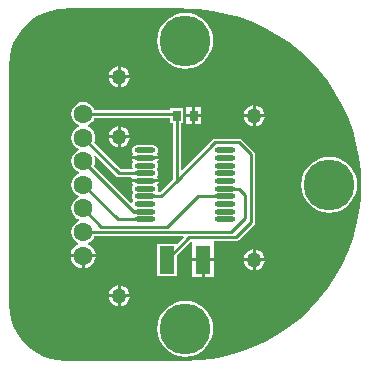
<source format=gtl>
G04 Layer_Physical_Order=1*
G04 Layer_Color=255*
%FSAX24Y24*%
%MOIN*%
G70*
G01*
G75*
%ADD10R,0.0512X0.0925*%
%ADD11R,0.0276X0.0354*%
%ADD12O,0.0709X0.0177*%
%ADD13C,0.0100*%
%ADD14C,0.0630*%
%ADD15C,0.1693*%
%ADD16C,0.0500*%
G36*
X054950Y025879D02*
X055000Y025869D01*
Y025869D01*
X055002Y025871D01*
X055461Y025853D01*
X055918Y025799D01*
X056371Y025709D01*
X056814Y025583D01*
X057247Y025424D01*
X057665Y025231D01*
X058067Y025006D01*
X058451Y024750D01*
X058813Y024464D01*
X059151Y024151D01*
X059464Y023813D01*
X059750Y023451D01*
X060006Y023067D01*
X060231Y022665D01*
X060424Y022247D01*
X060583Y021814D01*
X060709Y021371D01*
X060799Y020918D01*
X060853Y020461D01*
X060871Y020000D01*
X060853Y019539D01*
X060799Y019082D01*
X060709Y018629D01*
X060583Y018186D01*
X060424Y017753D01*
X060231Y017335D01*
X060006Y016933D01*
X059750Y016549D01*
X059464Y016187D01*
X059151Y015849D01*
X058813Y015536D01*
X058451Y015250D01*
X058067Y014994D01*
X057665Y014769D01*
X057247Y014576D01*
X056814Y014417D01*
X056371Y014291D01*
X055918Y014201D01*
X055461Y014147D01*
X055002Y014129D01*
X055000Y014131D01*
Y014131D01*
X054950Y014121D01*
X054949Y014120D01*
X051052D01*
X051050Y014121D01*
X051000Y014131D01*
Y014131D01*
X050998Y014130D01*
X050756Y014146D01*
X050516Y014193D01*
X050284Y014272D01*
X050065Y014380D01*
X049861Y014516D01*
X049678Y014678D01*
X049516Y014861D01*
X049380Y015065D01*
X049272Y015284D01*
X049193Y015516D01*
X049146Y015756D01*
X049130Y015998D01*
X049131Y016000D01*
X049131D01*
X049121Y016050D01*
X049120Y016051D01*
Y023949D01*
X049121Y023950D01*
X049131Y024000D01*
X049131D01*
X049130Y024002D01*
X049146Y024244D01*
X049193Y024484D01*
X049272Y024716D01*
X049380Y024935D01*
X049516Y025139D01*
X049678Y025322D01*
X049861Y025484D01*
X050065Y025620D01*
X050284Y025728D01*
X050516Y025807D01*
X050756Y025854D01*
X050998Y025870D01*
X051000Y025869D01*
Y025869D01*
X051050Y025879D01*
X051052Y025880D01*
X054949D01*
X054950Y025879D01*
D02*
G37*
%LPC*%
G36*
X059800Y020930D02*
X059619Y020912D01*
X059444Y020859D01*
X059283Y020773D01*
X059143Y020657D01*
X059027Y020517D01*
X058941Y020356D01*
X058888Y020181D01*
X058870Y020000D01*
X058888Y019819D01*
X058941Y019644D01*
X059027Y019483D01*
X059143Y019343D01*
X059283Y019227D01*
X059444Y019141D01*
X059619Y019088D01*
X059800Y019070D01*
X059981Y019088D01*
X060156Y019141D01*
X060317Y019227D01*
X060457Y019343D01*
X060573Y019483D01*
X060659Y019644D01*
X060712Y019819D01*
X060730Y020000D01*
X060712Y020181D01*
X060659Y020356D01*
X060573Y020517D01*
X060457Y020657D01*
X060317Y020773D01*
X060156Y020859D01*
X059981Y020912D01*
X059800Y020930D01*
D02*
G37*
G36*
X051600Y022757D02*
X051497Y022743D01*
X051401Y022704D01*
X051319Y022640D01*
X051256Y022558D01*
X051216Y022462D01*
X051203Y022360D01*
X051216Y022257D01*
X051256Y022161D01*
X051319Y022079D01*
X051401Y022016D01*
X051456Y021993D01*
Y021939D01*
X051401Y021916D01*
X051319Y021853D01*
X051256Y021771D01*
X051216Y021675D01*
X051203Y021572D01*
X051216Y021469D01*
X051256Y021374D01*
X051319Y021291D01*
X051401Y021228D01*
X051450Y021208D01*
Y021154D01*
X051401Y021134D01*
X051319Y021071D01*
X051256Y020989D01*
X051216Y020893D01*
X051203Y020790D01*
X051216Y020687D01*
X051256Y020591D01*
X051319Y020509D01*
X051401Y020446D01*
X051459Y020422D01*
Y020368D01*
X051401Y020344D01*
X051319Y020281D01*
X051256Y020199D01*
X051216Y020103D01*
X051203Y020000D01*
X051216Y019897D01*
X051256Y019801D01*
X051319Y019719D01*
X051401Y019656D01*
X051459Y019632D01*
Y019578D01*
X051401Y019554D01*
X051319Y019491D01*
X051256Y019409D01*
X051216Y019313D01*
X051203Y019210D01*
X051216Y019107D01*
X051256Y019011D01*
X051319Y018929D01*
X051401Y018866D01*
X051456Y018843D01*
Y018789D01*
X051401Y018767D01*
X051319Y018703D01*
X051256Y018621D01*
X051216Y018525D01*
X051203Y018423D01*
X051216Y018320D01*
X051256Y018224D01*
X051319Y018142D01*
X051401Y018079D01*
X051428Y018067D01*
Y018013D01*
X051391Y017998D01*
X051304Y017931D01*
X051238Y017844D01*
X051196Y017744D01*
X051188Y017685D01*
X051600D01*
X052012D01*
X052004Y017744D01*
X051962Y017844D01*
X051896Y017931D01*
X051809Y017998D01*
X051772Y018013D01*
Y018067D01*
X051799Y018079D01*
X051881Y018142D01*
X051944Y018224D01*
X051972Y018291D01*
X054936D01*
X054955Y018245D01*
X054772Y018062D01*
X054730Y018042D01*
Y018042D01*
X054730Y018042D01*
X054061D01*
Y016959D01*
X054730D01*
Y017649D01*
X055190Y018109D01*
X055240Y018104D01*
X055241Y018063D01*
X055241Y018063D01*
Y017550D01*
X055596D01*
X055952D01*
Y018063D01*
X055952Y018063D01*
X055953Y018113D01*
X056685D01*
X056735Y018123D01*
X056777Y018151D01*
X057293Y018666D01*
X057321Y018709D01*
X057331Y018759D01*
Y021010D01*
X057321Y021060D01*
X057293Y021103D01*
X056893Y021503D01*
X056850Y021531D01*
X056800Y021541D01*
X055994D01*
X055944Y021531D01*
X055901Y021503D01*
X054902Y020504D01*
X054856Y020523D01*
Y022044D01*
X054941D01*
Y022556D01*
X054508D01*
Y022491D01*
X051972D01*
X051944Y022558D01*
X051881Y022640D01*
X051799Y022704D01*
X051703Y022743D01*
X051600Y022757D01*
D02*
G37*
G36*
X057350Y017846D02*
Y017550D01*
X057646D01*
X057641Y017591D01*
X057606Y017677D01*
X057550Y017750D01*
X057477Y017806D01*
X057391Y017841D01*
X057350Y017846D01*
D02*
G37*
G36*
X052850Y016646D02*
Y016350D01*
X053146D01*
X053141Y016391D01*
X053106Y016477D01*
X053050Y016550D01*
X052977Y016606D01*
X052891Y016641D01*
X052850Y016646D01*
D02*
G37*
G36*
X052750Y016250D02*
X052454D01*
X052459Y016209D01*
X052494Y016123D01*
X052550Y016050D01*
X052623Y015994D01*
X052709Y015959D01*
X052750Y015954D01*
Y016250D01*
D02*
G37*
G36*
X053146D02*
X052850D01*
Y015954D01*
X052891Y015959D01*
X052977Y015994D01*
X053050Y016050D01*
X053106Y016123D01*
X053141Y016209D01*
X053146Y016250D01*
D02*
G37*
G36*
X052750Y016646D02*
X052709Y016641D01*
X052623Y016606D01*
X052550Y016550D01*
X052494Y016477D01*
X052459Y016391D01*
X052454Y016350D01*
X052750D01*
Y016646D01*
D02*
G37*
G36*
X057250Y017450D02*
X056954D01*
X056959Y017409D01*
X056994Y017323D01*
X057050Y017250D01*
X057123Y017194D01*
X057209Y017159D01*
X057250Y017154D01*
Y017450D01*
D02*
G37*
G36*
X055952Y017450D02*
X055646D01*
Y016938D01*
X055952D01*
Y017450D01*
D02*
G37*
G36*
X055546D02*
X055241D01*
Y016938D01*
X055546D01*
Y017450D01*
D02*
G37*
G36*
X057646Y017450D02*
X057350D01*
Y017154D01*
X057391Y017159D01*
X057477Y017194D01*
X057550Y017250D01*
X057606Y017323D01*
X057641Y017409D01*
X057646Y017450D01*
D02*
G37*
G36*
X057250Y017846D02*
X057209Y017841D01*
X057123Y017806D01*
X057050Y017750D01*
X056994Y017677D01*
X056959Y017591D01*
X056954Y017550D01*
X057250D01*
Y017846D01*
D02*
G37*
G36*
X052012Y017585D02*
X051650D01*
Y017223D01*
X051708Y017231D01*
X051809Y017273D01*
X051896Y017339D01*
X051962Y017426D01*
X052004Y017527D01*
X052012Y017585D01*
D02*
G37*
G36*
X051550D02*
X051188D01*
X051196Y017527D01*
X051238Y017426D01*
X051304Y017339D01*
X051391Y017273D01*
X051492Y017231D01*
X051550Y017223D01*
Y017585D01*
D02*
G37*
G36*
X052750Y023550D02*
X052454D01*
X052459Y023509D01*
X052494Y023423D01*
X052550Y023350D01*
X052623Y023294D01*
X052709Y023259D01*
X052750Y023254D01*
Y023550D01*
D02*
G37*
G36*
X055513Y022577D02*
X055326D01*
Y022350D01*
X055513D01*
Y022577D01*
D02*
G37*
G36*
X057350Y022646D02*
Y022350D01*
X057646D01*
X057641Y022391D01*
X057606Y022477D01*
X057550Y022550D01*
X057477Y022606D01*
X057391Y022641D01*
X057350Y022646D01*
D02*
G37*
G36*
X053146Y023550D02*
X052850D01*
Y023254D01*
X052891Y023259D01*
X052977Y023294D01*
X053050Y023350D01*
X053106Y023423D01*
X053141Y023509D01*
X053146Y023550D01*
D02*
G37*
G36*
X055000Y025730D02*
X054819Y025712D01*
X054644Y025659D01*
X054483Y025573D01*
X054343Y025457D01*
X054227Y025317D01*
X054141Y025156D01*
X054088Y024981D01*
X054070Y024800D01*
X054088Y024619D01*
X054141Y024444D01*
X054227Y024283D01*
X054343Y024143D01*
X054483Y024027D01*
X054644Y023941D01*
X054819Y023888D01*
X055000Y023870D01*
X055181Y023888D01*
X055356Y023941D01*
X055517Y024027D01*
X055657Y024143D01*
X055773Y024283D01*
X055859Y024444D01*
X055912Y024619D01*
X055930Y024800D01*
X055912Y024981D01*
X055859Y025156D01*
X055773Y025317D01*
X055657Y025457D01*
X055517Y025573D01*
X055356Y025659D01*
X055181Y025712D01*
X055000Y025730D01*
D02*
G37*
G36*
X052850Y023946D02*
Y023650D01*
X053146D01*
X053141Y023691D01*
X053106Y023777D01*
X053050Y023850D01*
X052977Y023906D01*
X052891Y023941D01*
X052850Y023946D01*
D02*
G37*
G36*
X052750D02*
X052709Y023941D01*
X052623Y023906D01*
X052550Y023850D01*
X052494Y023777D01*
X052459Y023691D01*
X052454Y023650D01*
X052750D01*
Y023946D01*
D02*
G37*
G36*
X057250Y022646D02*
X057209Y022641D01*
X057123Y022606D01*
X057050Y022550D01*
X056994Y022477D01*
X056959Y022391D01*
X056954Y022350D01*
X057250D01*
Y022646D01*
D02*
G37*
G36*
X057646Y022250D02*
X057350D01*
Y021954D01*
X057391Y021959D01*
X057477Y021994D01*
X057550Y022050D01*
X057606Y022123D01*
X057641Y022209D01*
X057646Y022250D01*
D02*
G37*
G36*
X057250D02*
X056954D01*
X056959Y022209D01*
X056994Y022123D01*
X057050Y022050D01*
X057123Y021994D01*
X057209Y021959D01*
X057250Y021954D01*
Y022250D01*
D02*
G37*
G36*
X055000Y016130D02*
X054819Y016112D01*
X054644Y016059D01*
X054483Y015973D01*
X054343Y015857D01*
X054227Y015717D01*
X054141Y015556D01*
X054088Y015381D01*
X054070Y015200D01*
X054088Y015019D01*
X054141Y014844D01*
X054227Y014684D01*
X054343Y014543D01*
X054483Y014427D01*
X054644Y014341D01*
X054819Y014288D01*
X055000Y014270D01*
X055181Y014288D01*
X055356Y014341D01*
X055517Y014427D01*
X055657Y014543D01*
X055773Y014684D01*
X055859Y014844D01*
X055912Y015019D01*
X055930Y015200D01*
X055912Y015381D01*
X055859Y015556D01*
X055773Y015717D01*
X055657Y015857D01*
X055517Y015973D01*
X055356Y016059D01*
X055181Y016112D01*
X055000Y016130D01*
D02*
G37*
G36*
X055226Y022250D02*
X055038D01*
Y022023D01*
X055226D01*
Y022250D01*
D02*
G37*
G36*
Y022577D02*
X055038D01*
Y022350D01*
X055226D01*
Y022577D01*
D02*
G37*
G36*
X055513Y022250D02*
X055326D01*
Y022023D01*
X055513D01*
Y022250D01*
D02*
G37*
%LPD*%
G36*
X054508Y022044D02*
X054593D01*
Y020195D01*
X054151Y019753D01*
X054102Y019757D01*
X054080Y019800D01*
X054085Y019807D01*
X054098Y019872D01*
X054085Y019937D01*
X054053Y019985D01*
X054063Y019992D01*
X054105Y020054D01*
X054110Y020078D01*
X053661D01*
X053213D01*
X053218Y020054D01*
X053260Y019992D01*
X053270Y019985D01*
X053238Y019937D01*
X053225Y019872D01*
X053238Y019807D01*
X053254Y019783D01*
X053272Y019744D01*
X053254Y019705D01*
X053238Y019681D01*
X053225Y019616D01*
X053238Y019551D01*
X053254Y019527D01*
X053272Y019488D01*
X053254Y019449D01*
X053238Y019426D01*
X053235Y019411D01*
X053181Y019395D01*
X051956Y020620D01*
X051984Y020687D01*
X051997Y020790D01*
X051984Y020893D01*
X051956Y020960D01*
X051998Y020988D01*
X052696Y020291D01*
X052738Y020263D01*
X052788Y020253D01*
X053199D01*
X053223Y020208D01*
X053218Y020202D01*
X053213Y020178D01*
X053661D01*
X054110D01*
X054105Y020202D01*
X054063Y020264D01*
X054053Y020271D01*
X054085Y020319D01*
X054098Y020384D01*
X054085Y020449D01*
X054069Y020473D01*
X054051Y020512D01*
X054069Y020551D01*
X054085Y020574D01*
X054098Y020640D01*
X054085Y020705D01*
X054053Y020753D01*
X054063Y020760D01*
X054105Y020822D01*
X054110Y020846D01*
X053661D01*
X053213D01*
X053218Y020822D01*
X053260Y020760D01*
X053270Y020753D01*
X053238Y020705D01*
X053225Y020640D01*
X053238Y020574D01*
X053244Y020565D01*
X053218Y020515D01*
X052843D01*
X051956Y021402D01*
X051984Y021469D01*
X051997Y021572D01*
X051984Y021675D01*
X051944Y021771D01*
X051881Y021853D01*
X051799Y021916D01*
X051744Y021939D01*
Y021993D01*
X051799Y022016D01*
X051881Y022079D01*
X051944Y022161D01*
X051972Y022228D01*
X054508D01*
Y022044D01*
D02*
G37*
%LPC*%
G36*
X052750Y021946D02*
X052709Y021941D01*
X052623Y021906D01*
X052550Y021850D01*
X052494Y021777D01*
X052459Y021691D01*
X052454Y021650D01*
X052750D01*
Y021946D01*
D02*
G37*
G36*
X052850D02*
Y021650D01*
X053146D01*
X053141Y021691D01*
X053106Y021777D01*
X053050Y021850D01*
X052977Y021906D01*
X052891Y021941D01*
X052850Y021946D01*
D02*
G37*
G36*
X053146Y021550D02*
X052850D01*
Y021254D01*
X052891Y021259D01*
X052977Y021294D01*
X053050Y021350D01*
X053106Y021423D01*
X053141Y021509D01*
X053146Y021550D01*
D02*
G37*
G36*
X053927Y021322D02*
X053396D01*
X053330Y021309D01*
X053275Y021272D01*
X053238Y021217D01*
X053225Y021152D01*
X053238Y021086D01*
X053270Y021038D01*
X053260Y021032D01*
X053218Y020969D01*
X053213Y020946D01*
X053661D01*
X054110D01*
X054105Y020969D01*
X054063Y021032D01*
X054053Y021038D01*
X054085Y021086D01*
X054098Y021152D01*
X054085Y021217D01*
X054048Y021272D01*
X053992Y021309D01*
X053927Y021322D01*
D02*
G37*
G36*
X052750Y021550D02*
X052454D01*
X052459Y021509D01*
X052494Y021423D01*
X052550Y021350D01*
X052623Y021294D01*
X052709Y021259D01*
X052750Y021254D01*
Y021550D01*
D02*
G37*
%LPD*%
D10*
X054396Y017500D02*
D03*
X055596D02*
D03*
D11*
X055276Y022300D02*
D03*
X054724D02*
D03*
D12*
X056339Y018848D02*
D03*
Y019104D02*
D03*
Y019360D02*
D03*
Y019616D02*
D03*
Y019872D02*
D03*
Y020128D02*
D03*
Y020384D02*
D03*
Y020640D02*
D03*
Y020896D02*
D03*
Y021152D02*
D03*
X053661Y018848D02*
D03*
Y019104D02*
D03*
Y019360D02*
D03*
Y019616D02*
D03*
Y019872D02*
D03*
Y020128D02*
D03*
Y020384D02*
D03*
Y020640D02*
D03*
Y020896D02*
D03*
Y021152D02*
D03*
D13*
X056800Y021410D02*
X057200Y021010D01*
Y018759D02*
Y021010D01*
X056685Y018244D02*
X057200Y018759D01*
X057000Y018900D02*
Y019672D01*
X056523Y018423D02*
X057000Y018900D01*
X056800Y019872D02*
X057000Y019672D01*
X051600Y018423D02*
X056523D01*
X055139Y018244D02*
X056685D01*
X054396Y017500D02*
X055139Y018244D01*
X054401Y018601D02*
X055416Y019616D01*
X052209Y018601D02*
X054401D01*
X051600Y019210D02*
X052209Y018601D01*
X054665Y022360D02*
X054724Y022300D01*
X051600Y022360D02*
X054665D01*
X054724Y020141D02*
X055994Y021410D01*
X054200Y019616D02*
X054724Y020141D01*
Y022300D01*
X053661Y019616D02*
X054200D01*
X055994Y021410D02*
X056800D01*
X055416Y019616D02*
X056339D01*
Y019872D02*
X056800D01*
X051600Y020000D02*
X052752Y018848D01*
X053661D01*
X052788Y020384D02*
X053661D01*
X051600Y021572D02*
X052788Y020384D01*
X051600Y020790D02*
X053286Y019104D01*
X053661D01*
D14*
X051600Y020790D02*
D03*
Y020000D02*
D03*
Y019210D02*
D03*
Y018423D02*
D03*
Y017635D02*
D03*
Y021572D02*
D03*
Y022360D02*
D03*
D15*
X055000Y015200D02*
D03*
X059800Y020000D02*
D03*
X055000Y024800D02*
D03*
D16*
X052800Y023600D02*
D03*
X057300Y022300D02*
D03*
Y017500D02*
D03*
X052800Y016300D02*
D03*
Y021600D02*
D03*
M02*

</source>
